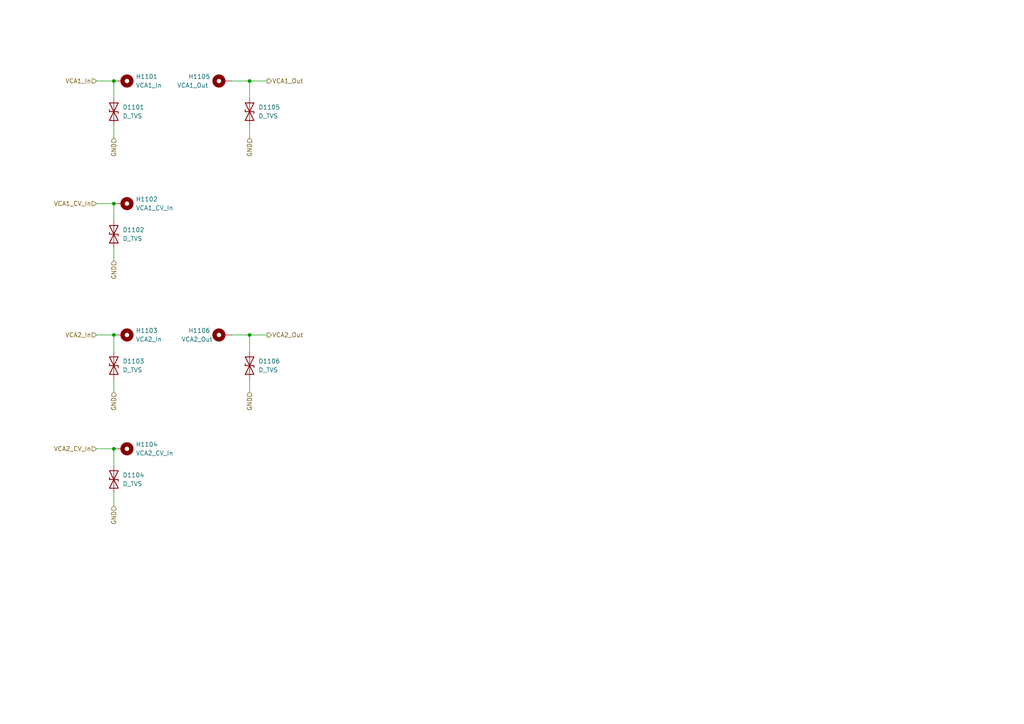
<source format=kicad_sch>
(kicad_sch (version 20211123) (generator eeschema)
  (paper "A4")
  (lib_symbols
    (symbol "Device:D_TVS" (pin_numbers hide) (pin_names (offset 1.016) hide)
      (property "Reference" "D" (at 0 2.54 0))
      (property "Value" "D_TVS" (at 0 -2.54 0))
      (symbol "D_TVS_0_1"
        (polyline (pts (xy 1.27 0) (xy -1.27 0)))
        (polyline (pts (xy 0.508 1.27) (xy 0 1.27) (xy 0 -1.27) (xy -0.508 -1.27)) (stroke (width 0.254)))
        (polyline (pts (xy -2.54 1.27) (xy -2.54 -1.27) (xy 2.54 1.27) (xy 2.54 -1.27) (xy -2.54 1.27)) (stroke (width 0.254)))
      )
      (symbol "D_TVS_1_1"
        (pin passive line (at -3.81 0 0) (length 2.54) (name "A1") (number "1"))
        (pin passive line (at 3.81 0 180) (length 2.54) (name "A2") (number "2"))
      )
    )
    (symbol "Mechanical:MountingHole_Pad" (pin_numbers hide) (pin_names (offset 1.016) hide)
      (property "Reference" "H" (at 0 6.35 0))
      (property "Value" "MountingHole_Pad" (at 0 4.445 0))
      (symbol "MountingHole_Pad_0_1"
        (circle (center 0 1.27) (radius 1.27) (stroke (width 1.27)))
      )
      (symbol "MountingHole_Pad_1_1"
        (pin input line (at 0 -2.54 90) (length 2.54) (name "1") (number "1"))
      )
    )
  )
  (junction (at 33.02 97.155))
  (junction (at 72.39 97.155))
  (junction (at 33.02 130.175))
  (junction (at 33.02 59.055))
  (junction (at 33.02 23.495))
  (junction (at 72.39 23.495))
  (wire (pts (xy 33.02 59.055) (xy 33.02 64.135)))
  (wire (pts (xy 72.39 97.155) (xy 77.47 97.155)))
  (wire (pts (xy 33.02 130.175) (xy 33.02 135.255)))
  (wire (pts (xy 33.02 36.195) (xy 33.02 40.005)))
  (wire (pts (xy 33.02 97.155) (xy 33.02 102.235)))
  (wire (pts (xy 33.02 109.855) (xy 33.02 113.665)))
  (wire (pts (xy 33.02 142.875) (xy 33.02 146.685)))
  (wire (pts (xy 33.02 23.495) (xy 33.02 28.575)))
  (wire (pts (xy 27.94 130.175) (xy 33.02 130.175)))
  (wire (pts (xy 27.94 97.155) (xy 33.02 97.155)))
  (wire (pts (xy 27.94 59.055) (xy 33.02 59.055)))
  (wire (pts (xy 33.02 71.755) (xy 33.02 75.565)))
  (wire (pts (xy 67.31 23.495) (xy 72.39 23.495)))
  (wire (pts (xy 72.39 23.495) (xy 77.47 23.495)))
  (wire (pts (xy 72.39 23.495) (xy 72.39 28.575)))
  (wire (pts (xy 72.39 109.855) (xy 72.39 113.665)))
  (wire (pts (xy 67.31 97.155) (xy 72.39 97.155)))
  (wire (pts (xy 27.94 23.495) (xy 33.02 23.495)))
  (wire (pts (xy 72.39 36.195) (xy 72.39 40.005)))
  (wire (pts (xy 72.39 97.155) (xy 72.39 102.235)))
  (hierarchical_label "GND" (shape input) (at 33.02 113.665 270))
  (hierarchical_label "GND" (shape input) (at 33.02 40.005 270))
  (hierarchical_label "VCA2_In" (shape input) (at 27.94 97.155 180))
  (hierarchical_label "GND" (shape input) (at 33.02 75.565 270))
  (hierarchical_label "VCA2_CV_In" (shape input) (at 27.94 130.175 180))
  (hierarchical_label "VCA1_CV_In" (shape input) (at 27.94 59.055 180))
  (hierarchical_label "GND" (shape input) (at 72.39 40.005 270))
  (hierarchical_label "GND" (shape input) (at 33.02 146.685 270))
  (hierarchical_label "GND" (shape input) (at 72.39 113.665 270))
  (hierarchical_label "VCA1_In" (shape input) (at 27.94 23.495 180))
  (hierarchical_label "VCA2_Out" (shape output) (at 77.47 97.155 0))
  (hierarchical_label "VCA1_Out" (shape output) (at 77.47 23.495 0))
  (symbol (lib_id "Device:D_TVS") (at 33.02 67.945 90) (unit 1)
    (property "Reference" "D1102" (at 35.56 66.6749 90) (effects (justify right)))
    (property "Value" "D_TVS" (at 35.56 69.2149 90) (effects (justify right)))
    (property "Footprint" "Diode_SMD:D_SOD-323_HandSoldering" (effects hide))
  )
  (symbol (lib_id "Device:D_TVS") (at 33.02 139.065 90) (unit 1)
    (property "Reference" "D1104" (at 35.56 137.7949 90) (effects (justify right)))
    (property "Value" "D_TVS" (at 35.56 140.3349 90) (effects (justify right)))
    (property "Footprint" "Diode_SMD:D_SOD-323_HandSoldering" (effects hide))
  )
  (symbol (lib_id "Device:D_TVS") (at 33.02 106.045 90) (unit 1)
    (property "Reference" "D1103" (at 35.56 104.7749 90) (effects (justify right)))
    (property "Value" "D_TVS" (at 35.56 107.3149 90) (effects (justify right)))
    (property "Footprint" "Diode_SMD:D_SOD-323_HandSoldering" (effects hide))
  )
  (symbol (lib_id "Mechanical:MountingHole_Pad") (at 64.77 97.155 90) (unit 1)
    (property "Reference" "H1106" (at 57.785 95.885 90))
    (property "Value" "VCA2_Out" (at 57.15 98.425 90))
    (property "Footprint" "MountingHole:MountingHole_4.3mm_M4_Pad_TopBottom" (effects hide))
  )
  (symbol (lib_id "Mechanical:MountingHole_Pad") (at 64.77 23.495 90) (unit 1)
    (property "Reference" "H1105" (at 57.785 22.225 90))
    (property "Value" "VCA1_Out" (at 55.88 24.765 90))
    (property "Footprint" "MountingHole:MountingHole_4.3mm_M4_Pad_TopBottom" (effects hide))
  )
  (symbol (lib_id "Device:D_TVS") (at 72.39 32.385 90) (unit 1)
    (property "Reference" "D1105" (at 74.93 31.1149 90) (effects (justify right)))
    (property "Value" "D_TVS" (at 74.93 33.6549 90) (effects (justify right)))
    (property "Footprint" "Diode_SMD:D_SOD-323_HandSoldering" (effects hide))
  )
  (symbol (lib_id "Mechanical:MountingHole_Pad") (at 35.56 59.055 270) (unit 1)
    (property "Reference" "H1102" (at 39.37 57.7849 90) (effects (justify left)))
    (property "Value" "VCA1_CV_In" (at 39.37 60.3249 90) (effects (justify left)))
    (property "Footprint" "MountingHole:MountingHole_4.3mm_M4_Pad_TopBottom" (effects hide))
  )
  (symbol (lib_id "Device:D_TVS") (at 33.02 32.385 90) (unit 1)
    (property "Reference" "D1101" (at 35.56 31.1149 90) (effects (justify right)))
    (property "Value" "D_TVS" (at 35.56 33.6549 90) (effects (justify right)))
    (property "Footprint" "Diode_SMD:D_SOD-323_HandSoldering" (effects hide))
  )
  (symbol (lib_id "Device:D_TVS") (at 72.39 106.045 90) (unit 1)
    (property "Reference" "D1106" (at 74.93 104.7749 90) (effects (justify right)))
    (property "Value" "D_TVS" (at 74.93 107.3149 90) (effects (justify right)))
    (property "Footprint" "Diode_SMD:D_SOD-323_HandSoldering" (effects hide))
  )
  (symbol (lib_id "Mechanical:MountingHole_Pad") (at 35.56 23.495 270) (unit 1)
    (property "Reference" "H1101" (at 39.37 22.2249 90) (effects (justify left)))
    (property "Value" "VCA1_In" (at 39.37 24.7649 90) (effects (justify left)))
    (property "Footprint" "MountingHole:MountingHole_4.3mm_M4_Pad_TopBottom" (effects hide))
  )
  (symbol (lib_id "Mechanical:MountingHole_Pad") (at 35.56 130.175 270) (unit 1)
    (property "Reference" "H1104" (at 39.37 128.9049 90) (effects (justify left)))
    (property "Value" "VCA2_CV_In" (at 39.37 131.4449 90) (effects (justify left)))
    (property "Footprint" "MountingHole:MountingHole_4.3mm_M4_Pad_TopBottom" (effects hide))
  )
  (symbol (lib_id "Mechanical:MountingHole_Pad") (at 35.56 97.155 270) (unit 1)
    (property "Reference" "H1103" (at 39.37 95.8849 90) (effects (justify left)))
    (property "Value" "VCA2_In" (at 39.37 98.4249 90) (effects (justify left)))
    (property "Footprint" "MountingHole:MountingHole_4.3mm_M4_Pad_TopBottom" (effects hide))
  )
)
</source>
